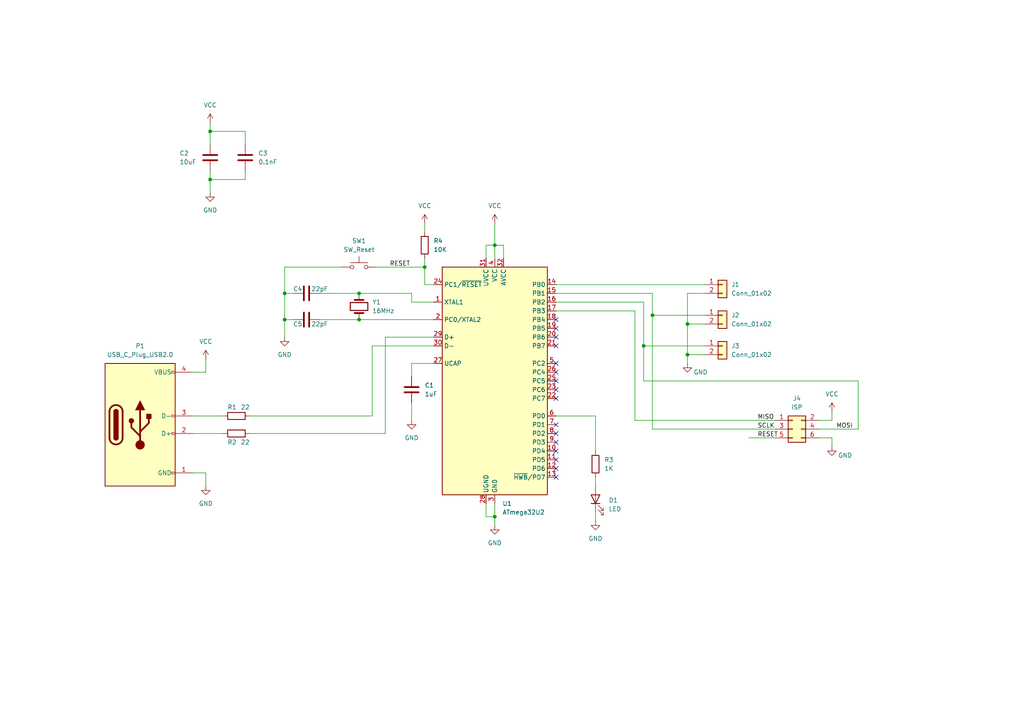
<source format=kicad_sch>
(kicad_sch (version 20230121) (generator eeschema)
  (paper "A4")
  (title_block (title "MoozyNano") (date "2023-07-21") (rev "0.1") (company "Author : Laurent Claude - www.laurentclaude.fr") (comment 1 "License : Open Source Hardware - CC BY-SA 4.0"))
  (lib_symbols
    (symbol "Connector:USB_C_Plug_USB2.0" (pin_names (offset 1.016))
      (property "Reference" "P1" (at 0 22.86 0))
      (property "Value" "USB_C_Plug_USB2.0" (at 0 20.32 0))
      (symbol "USB_C_Plug_USB2.0_0_0"
        (rectangle (start 9.144 15.494) (end 10.16 14.986))
        (rectangle (start 9.1506 -13.759) (end 10.1666 -14.267))
        (rectangle (start 10.16 -2.286) (end 9.144 -2.794))
        (rectangle (start 10.16 2.794) (end 9.144 2.286))
      )
      (symbol "USB_C_Plug_USB2.0_0_1"
        (rectangle (start -10.16 17.78) (end 10.16 -17.78) (stroke (width 0.254)) (fill (type background)))
        (arc (start -8.89 -3.81) (mid -6.985 -5.7067) (end -5.08 -3.81) (stroke (width 0.508)))
        (arc (start -7.62 -3.81) (mid -6.985 -4.4423) (end -6.35 -3.81) (stroke (width 0.254)))
        (arc (start -7.62 -3.81) (mid -6.985 -4.4423) (end -6.35 -3.81) (stroke (width 0.254)) (fill (type outline)))
        (rectangle (start -7.62 -3.81) (end -6.35 3.81) (stroke (width 0.254)) (fill (type outline)))
        (arc (start -6.35 3.81) (mid -6.985 4.4423) (end -7.62 3.81) (stroke (width 0.254)))
        (arc (start -6.35 3.81) (mid -6.985 4.4423) (end -7.62 3.81) (stroke (width 0.254)) (fill (type outline)))
        (arc (start -5.08 3.81) (mid -6.985 5.7067) (end -8.89 3.81) (stroke (width 0.508)))
        (circle (center -2.54 1.143) (radius 0.635) (stroke (width 0.254)) (fill (type outline)))
        (circle (center 0 -5.842) (radius 1.27) (fill (type outline)))
        (polyline (pts (xy -8.89 -3.81) (xy -8.89 3.81)) (stroke (width 0.508)))
        (polyline (pts (xy -5.08 3.81) (xy -5.08 -3.81)) (stroke (width 0.508)))
        (polyline (pts (xy 0 -5.842) (xy 0 4.318)) (stroke (width 0.508)))
        (polyline (pts (xy 0 -3.302) (xy -2.54 -0.762) (xy -2.54 0.508)) (stroke (width 0.508)))
        (polyline (pts (xy 0 -2.032) (xy 2.54 0.508) (xy 2.54 1.778)) (stroke (width 0.508)))
        (polyline (pts (xy -1.27 4.318) (xy 0 6.858) (xy 1.27 4.318) (xy -1.27 4.318)) (stroke (width 0.254)) (fill (type outline)))
        (rectangle (start 1.905 1.778) (end 3.175 3.048) (stroke (width 0.254)) (fill (type outline)))
      )
      (symbol "USB_C_Plug_USB2.0_1_1"
        (pin power_in line (at 15.24 -13.97 180) (length 5.08) (name "GND") (number "1"))
        (pin bidirectional line (at 15.24 -2.54 180) (length 5.08) (name "D+") (number "2"))
        (pin bidirectional line (at 15.24 2.54 180) (length 5.08) (name "D-") (number "3"))
        (pin power_in line (at 15.24 15.24 180) (length 5.08) (name "VBUS") (number "4"))
      )
    )
    (symbol "Connector_Generic:Conn_01x02" (pin_names (offset 1.016) hide)
      (property "Reference" "J" (at 0 2.54 0))
      (property "Value" "Conn_01x02" (at 0 -5.08 0))
      (symbol "Conn_01x02_1_1"
        (rectangle (start -1.27 -2.413) (end 0 -2.667) (stroke (width 0.1524)))
        (rectangle (start -1.27 0.127) (end 0 -0.127) (stroke (width 0.1524)))
        (rectangle (start -1.27 1.27) (end 1.27 -3.81) (stroke (width 0.254)) (fill (type background)))
        (pin passive line (at -5.08 0 0) (length 3.81) (name "Pin_1") (number "1"))
        (pin passive line (at -5.08 -2.54 0) (length 3.81) (name "Pin_2") (number "2"))
      )
    )
    (symbol "Connector_Generic:Conn_02x03_Odd_Even" (pin_names (offset 1.016) hide)
      (property "Reference" "J" (at 1.27 5.08 0))
      (property "Value" "Conn_02x03_Odd_Even" (at 1.27 -5.08 0))
      (symbol "Conn_02x03_Odd_Even_1_1"
        (rectangle (start -1.27 -2.413) (end 0 -2.667) (stroke (width 0.1524)))
        (rectangle (start -1.27 0.127) (end 0 -0.127) (stroke (width 0.1524)))
        (rectangle (start -1.27 2.667) (end 0 2.413) (stroke (width 0.1524)))
        (rectangle (start -1.27 3.81) (end 3.81 -3.81) (stroke (width 0.254)) (fill (type background)))
        (rectangle (start 3.81 -2.413) (end 2.54 -2.667) (stroke (width 0.1524)))
        (rectangle (start 3.81 0.127) (end 2.54 -0.127) (stroke (width 0.1524)))
        (rectangle (start 3.81 2.667) (end 2.54 2.413) (stroke (width 0.1524)))
        (pin passive line (at -5.08 2.54 0) (length 3.81) (name "Pin_1") (number "1"))
        (pin passive line (at 7.62 2.54 180) (length 3.81) (name "Pin_2") (number "2"))
        (pin passive line (at -5.08 0 0) (length 3.81) (name "Pin_3") (number "3"))
        (pin passive line (at 7.62 0 180) (length 3.81) (name "Pin_4") (number "4"))
        (pin passive line (at -5.08 -2.54 0) (length 3.81) (name "Pin_5") (number "5"))
        (pin passive line (at 7.62 -2.54 180) (length 3.81) (name "Pin_6") (number "6"))
      )
    )
    (symbol "Device:C" (pin_numbers hide) (pin_names (offset 0.254))
      (property "Reference" "C" (at 0.635 2.54 0))
      (property "Value" "C" (at 0.635 -2.54 0))
      (symbol "C_0_1"
        (polyline (pts (xy -2.032 -0.762) (xy 2.032 -0.762)) (stroke (width 0.508)))
        (polyline (pts (xy -2.032 0.762) (xy 2.032 0.762)) (stroke (width 0.508)))
      )
      (symbol "C_1_1"
        (pin passive line (at 0 3.81 270) (length 2.794) (name "~") (number "1"))
        (pin passive line (at 0 -3.81 90) (length 2.794) (name "~") (number "2"))
      )
    )
    (symbol "Device:Crystal" (pin_numbers hide) (pin_names (offset 1.016) hide)
      (property "Reference" "Y" (at 0 3.81 0))
      (property "Value" "Crystal" (at 0 -3.81 0))
      (symbol "Crystal_0_1"
        (rectangle (start -1.143 2.54) (end 1.143 -2.54) (stroke (width 0.3048)))
        (polyline (pts (xy -2.54 0) (xy -1.905 0)))
        (polyline (pts (xy -1.905 -1.27) (xy -1.905 1.27)) (stroke (width 0.508)))
        (polyline (pts (xy 1.905 -1.27) (xy 1.905 1.27)) (stroke (width 0.508)))
        (polyline (pts (xy 2.54 0) (xy 1.905 0)))
      )
      (symbol "Crystal_1_1"
        (pin passive line (at -3.81 0 0) (length 1.27) (name "1") (number "1"))
        (pin passive line (at 3.81 0 180) (length 1.27) (name "2") (number "2"))
      )
    )
    (symbol "Device:LED" (pin_numbers hide) (pin_names (offset 1.016) hide)
      (property "Reference" "D" (at 0 2.54 0))
      (property "Value" "LED" (at 0 -2.54 0))
      (symbol "LED_0_1"
        (polyline (pts (xy -1.27 -1.27) (xy -1.27 1.27)) (stroke (width 0.254)))
        (polyline (pts (xy -1.27 0) (xy 1.27 0)))
        (polyline (pts (xy 1.27 -1.27) (xy 1.27 1.27) (xy -1.27 0) (xy 1.27 -1.27)) (stroke (width 0.254)))
        (polyline (pts (xy -3.048 -0.762) (xy -4.572 -2.286) (xy -3.81 -2.286) (xy -4.572 -2.286) (xy -4.572 -1.524)))
        (polyline (pts (xy -1.778 -0.762) (xy -3.302 -2.286) (xy -2.54 -2.286) (xy -3.302 -2.286) (xy -3.302 -1.524)))
      )
      (symbol "LED_1_1"
        (pin passive line (at -3.81 0 0) (length 2.54) (name "K") (number "1"))
        (pin passive line (at 3.81 0 180) (length 2.54) (name "A") (number "2"))
      )
    )
    (symbol "Device:R" (pin_numbers hide) (pin_names (offset 0))
      (property "Reference" "R" (at 2.032 0 90))
      (property "Value" "R" (at 0 0 90))
      (symbol "R_0_1"
        (rectangle (start -1.016 -2.54) (end 1.016 2.54) (stroke (width 0.254)))
      )
      (symbol "R_1_1"
        (pin passive line (at 0 3.81 270) (length 1.27) (name "~") (number "1"))
        (pin passive line (at 0 -3.81 90) (length 1.27) (name "~") (number "2"))
      )
    )
    (symbol "MCU_Microchip_ATmega:ATmega8U2-A"
      (property "Reference" "U" (at -15.24 34.29 0))
      (property "Value" "ATmega8U2-A" (at 2.54 -34.29 0))
      (symbol "ATmega8U2-A_0_1"
        (rectangle (start -15.24 -33.02) (end 15.24 33.02) (stroke (width 0.254)) (fill (type background)))
      )
      (symbol "ATmega8U2-A_1_1"
        (pin input line (at -17.78 22.86 0) (length 2.54) (name "XTAL1") (number "1"))
        (pin bidirectional line (at 17.78 -20.32 180) (length 2.54) (name "PD4") (number "10"))
        (pin bidirectional line (at 17.78 -22.86 180) (length 2.54) (name "PD5") (number "11"))
        (pin bidirectional line (at 17.78 -25.4 180) (length 2.54) (name "PD6") (number "12"))
        (pin bidirectional line (at 17.78 -27.94 180) (length 2.54) (name "~{HWB}/PD7") (number "13"))
        (pin bidirectional line (at 17.78 27.94 180) (length 2.54) (name "PB0") (number "14"))
        (pin bidirectional line (at 17.78 25.4 180) (length 2.54) (name "PB1") (number "15"))
        (pin bidirectional line (at 17.78 22.86 180) (length 2.54) (name "PB2") (number "16"))
        (pin bidirectional line (at 17.78 20.32 180) (length 2.54) (name "PB3") (number "17"))
        (pin bidirectional line (at 17.78 17.78 180) (length 2.54) (name "PB4") (number "18"))
        (pin bidirectional line (at 17.78 15.24 180) (length 2.54) (name "PB5") (number "19"))
        (pin bidirectional line (at -17.78 17.78 0) (length 2.54) (name "PC0/XTAL2") (number "2"))
        (pin bidirectional line (at 17.78 12.7 180) (length 2.54) (name "PB6") (number "20"))
        (pin bidirectional line (at 17.78 10.16 180) (length 2.54) (name "PB7") (number "21"))
        (pin bidirectional line (at 17.78 -5.08 180) (length 2.54) (name "PC7") (number "22"))
        (pin bidirectional line (at 17.78 -2.54 180) (length 2.54) (name "PC6") (number "23"))
        (pin bidirectional line (at -17.78 27.94 0) (length 2.54) (name "PC1/~{RESET}") (number "24"))
        (pin bidirectional line (at 17.78 0 180) (length 2.54) (name "PC5") (number "25"))
        (pin bidirectional line (at 17.78 2.54 180) (length 2.54) (name "PC4") (number "26"))
        (pin passive line (at -17.78 5.08 0) (length 2.54) (name "UCAP") (number "27"))
        (pin power_in line (at -2.54 -35.56 90) (length 2.54) (name "UGND") (number "28"))
        (pin bidirectional line (at -17.78 12.7 0) (length 2.54) (name "D+") (number "29"))
        (pin power_in line (at 0 -35.56 90) (length 2.54) (name "GND") (number "3"))
        (pin bidirectional line (at -17.78 10.16 0) (length 2.54) (name "D-") (number "30"))
        (pin power_in line (at -2.54 35.56 270) (length 2.54) (name "UVCC") (number "31"))
        (pin power_in line (at 2.54 35.56 270) (length 2.54) (name "AVCC") (number "32"))
        (pin power_in line (at 0 35.56 270) (length 2.54) (name "VCC") (number "4"))
        (pin bidirectional line (at 17.78 5.08 180) (length 2.54) (name "PC2") (number "5"))
        (pin bidirectional line (at 17.78 -10.16 180) (length 2.54) (name "PD0") (number "6"))
        (pin bidirectional line (at 17.78 -12.7 180) (length 2.54) (name "PD1") (number "7"))
        (pin bidirectional line (at 17.78 -15.24 180) (length 2.54) (name "PD2") (number "8"))
        (pin bidirectional line (at 17.78 -17.78 180) (length 2.54) (name "PD3") (number "9"))
      )
    )
    (symbol "Switch:SW_Push" (pin_numbers hide) (pin_names (offset 1.016) hide)
      (property "Reference" "SW" (at 1.27 2.54 0))
      (property "Value" "SW_Push" (at 0 -1.524 0))
      (symbol "SW_Push_0_1"
        (circle (center -2.032 0) (radius 0.508))
        (polyline (pts (xy 0 1.27) (xy 0 3.048)))
        (polyline (pts (xy 2.54 1.27) (xy -2.54 1.27)))
        (circle (center 2.032 0) (radius 0.508))
        (pin passive line (at -5.08 0 0) (length 2.54) (name "1") (number "1"))
        (pin passive line (at 5.08 0 180) (length 2.54) (name "2") (number "2"))
      )
    )
    (symbol "power:GND" (power) (pin_names (offset 0))
      (property "Value" "GND" (at 0 -3.81 0))
      (symbol "GND_0_1"
        (polyline (pts (xy 0 0) (xy 0 -1.27) (xy 1.27 -1.27) (xy 0 -2.54) (xy -1.27 -1.27) (xy 0 -1.27)))
      )
      (symbol "GND_1_1"
        (pin power_in line (at 0 0 270) (length 0) hide (name "GND") (number "1"))
      )
    )
    (symbol "power:VCC" (power) (pin_names (offset 0))
      (property "Value" "VCC" (at 0 3.81 0))
      (symbol "VCC_0_1"
        (polyline (pts (xy -0.762 1.27) (xy 0 2.54)))
        (polyline (pts (xy 0 0) (xy 0 2.54)))
        (polyline (pts (xy 0 2.54) (xy 0.762 1.27)))
      )
      (symbol "VCC_1_1"
        (pin power_in line (at 0 0 90) (length 0) hide (name "VCC") (number "1"))
      )
    )
  )
  (junction (at 60.96 52.07))
  (junction (at 60.96 38.1))
  (junction (at 186.69 100.33))
  (junction (at 143.51 71.12))
  (junction (at 104.14 92.71))
  (junction (at 82.55 92.71))
  (junction (at 199.39 93.98))
  (junction (at 123.19 77.47))
  (junction (at 143.51 149.86))
  (junction (at 199.39 102.87))
  (junction (at 82.55 85.09))
  (junction (at 104.14 85.09))
  (junction (at 189.23 91.44))
  (no_connect (at 161.29 100.33))
  (no_connect (at 161.29 110.49))
  (no_connect (at 161.29 113.03))
  (no_connect (at 161.29 97.79))
  (no_connect (at 161.29 92.71))
  (no_connect (at 161.29 135.89))
  (no_connect (at 161.29 128.27))
  (no_connect (at 161.29 107.95))
  (no_connect (at 161.29 130.81))
  (no_connect (at 161.29 105.41))
  (no_connect (at 161.29 133.35))
  (no_connect (at 161.29 115.57))
  (no_connect (at 161.29 123.19))
  (no_connect (at 161.29 125.73))
  (no_connect (at 161.29 95.25))
  (no_connect (at 161.29 138.43))
  (wire (pts (xy 71.12 38.1) (xy 60.96 38.1)))
  (wire (pts (xy 172.72 138.43) (xy 172.72 140.97)))
  (wire (pts (xy 123.19 82.55) (xy 123.19 77.47)))
  (wire (pts (xy 107.95 120.65) (xy 107.95 100.33)))
  (wire (pts (xy 204.47 102.87) (xy 199.39 102.87)))
  (wire (pts (xy 92.71 85.09) (xy 104.14 85.09)))
  (wire (pts (xy 60.96 35.56) (xy 60.96 38.1)))
  (wire (pts (xy 161.29 120.65) (xy 172.72 120.65)))
  (wire (pts (xy 82.55 85.09) (xy 82.55 92.71)))
  (wire (pts (xy 59.69 137.16) (xy 59.69 140.97)))
  (wire (pts (xy 123.19 64.77) (xy 123.19 67.31)))
  (wire (pts (xy 189.23 85.09) (xy 189.23 91.44)))
  (wire (pts (xy 111.76 125.73) (xy 72.39 125.73)))
  (wire (pts (xy 189.23 124.46) (xy 189.23 91.44)))
  (wire (pts (xy 60.96 38.1) (xy 60.96 41.91)))
  (wire (pts (xy 186.69 100.33) (xy 186.69 110.49)))
  (wire (pts (xy 55.88 107.95) (xy 59.69 107.95)))
  (wire (pts (xy 140.97 149.86) (xy 143.51 149.86)))
  (wire (pts (xy 99.06 77.47) (xy 82.55 77.47)))
  (wire (pts (xy 143.51 71.12) (xy 143.51 74.93)))
  (wire (pts (xy 248.92 110.49) (xy 186.69 110.49)))
  (wire (pts (xy 92.71 92.71) (xy 104.14 92.71)))
  (wire (pts (xy 172.72 148.59) (xy 172.72 151.13)))
  (wire (pts (xy 186.69 87.63) (xy 186.69 100.33)))
  (wire (pts (xy 82.55 77.47) (xy 82.55 85.09)))
  (wire (pts (xy 71.12 41.91) (xy 71.12 38.1)))
  (wire (pts (xy 241.3 127) (xy 237.49 127)))
  (wire (pts (xy 104.14 92.71) (xy 125.73 92.71)))
  (wire (pts (xy 125.73 87.63) (xy 119.38 87.63)))
  (wire (pts (xy 125.73 97.79) (xy 111.76 97.79)))
  (wire (pts (xy 140.97 74.93) (xy 140.97 71.12)))
  (wire (pts (xy 140.97 146.05) (xy 140.97 149.86)))
  (wire (pts (xy 82.55 85.09) (xy 85.09 85.09)))
  (wire (pts (xy 119.38 109.22) (xy 119.38 105.41)))
  (wire (pts (xy 184.15 121.92) (xy 184.15 90.17)))
  (wire (pts (xy 241.3 121.92) (xy 237.49 121.92)))
  (wire (pts (xy 72.39 120.65) (xy 107.95 120.65)))
  (wire (pts (xy 140.97 71.12) (xy 143.51 71.12)))
  (wire (pts (xy 204.47 85.09) (xy 199.39 85.09)))
  (wire (pts (xy 217.17 127) (xy 224.79 127)))
  (wire (pts (xy 59.69 107.95) (xy 59.69 104.14)))
  (wire (pts (xy 111.76 97.79) (xy 111.76 125.73)))
  (wire (pts (xy 146.05 74.93) (xy 146.05 71.12)))
  (wire (pts (xy 143.51 149.86) (xy 143.51 152.4)))
  (wire (pts (xy 119.38 105.41) (xy 125.73 105.41)))
  (wire (pts (xy 172.72 120.65) (xy 172.72 130.81)))
  (wire (pts (xy 224.79 124.46) (xy 189.23 124.46)))
  (wire (pts (xy 125.73 82.55) (xy 123.19 82.55)))
  (wire (pts (xy 161.29 82.55) (xy 204.47 82.55)))
  (wire (pts (xy 55.88 125.73) (xy 64.77 125.73)))
  (wire (pts (xy 71.12 49.53) (xy 71.12 52.07)))
  (wire (pts (xy 199.39 102.87) (xy 199.39 105.41)))
  (wire (pts (xy 104.14 85.09) (xy 119.38 85.09)))
  (wire (pts (xy 199.39 85.09) (xy 199.39 93.98)))
  (wire (pts (xy 143.51 64.77) (xy 143.51 71.12)))
  (wire (pts (xy 186.69 100.33) (xy 204.47 100.33)))
  (wire (pts (xy 199.39 93.98) (xy 199.39 102.87)))
  (wire (pts (xy 248.92 124.46) (xy 248.92 110.49)))
  (wire (pts (xy 119.38 116.84) (xy 119.38 121.92)))
  (wire (pts (xy 184.15 121.92) (xy 224.79 121.92)))
  (wire (pts (xy 119.38 87.63) (xy 119.38 85.09)))
  (wire (pts (xy 55.88 137.16) (xy 59.69 137.16)))
  (wire (pts (xy 143.51 146.05) (xy 143.51 149.86)))
  (wire (pts (xy 241.3 119.38) (xy 241.3 121.92)))
  (wire (pts (xy 107.95 100.33) (xy 125.73 100.33)))
  (wire (pts (xy 85.09 92.71) (xy 82.55 92.71)))
  (wire (pts (xy 161.29 87.63) (xy 186.69 87.63)))
  (wire (pts (xy 161.29 85.09) (xy 189.23 85.09)))
  (wire (pts (xy 204.47 93.98) (xy 199.39 93.98)))
  (wire (pts (xy 146.05 71.12) (xy 143.51 71.12)))
  (wire (pts (xy 237.49 124.46) (xy 248.92 124.46)))
  (wire (pts (xy 241.3 129.54) (xy 241.3 127)))
  (wire (pts (xy 189.23 91.44) (xy 204.47 91.44)))
  (wire (pts (xy 60.96 49.53) (xy 60.96 52.07)))
  (wire (pts (xy 123.19 74.93) (xy 123.19 77.47)))
  (wire (pts (xy 60.96 52.07) (xy 60.96 55.88)))
  (wire (pts (xy 71.12 52.07) (xy 60.96 52.07)))
  (wire (pts (xy 55.88 120.65) (xy 64.77 120.65)))
  (wire (pts (xy 184.15 90.17) (xy 161.29 90.17)))
  (wire (pts (xy 123.19 77.47) (xy 109.22 77.47)))
  (wire (pts (xy 82.55 92.71) (xy 82.55 97.79)))
  (label "RESET" (at 113.03 77.47 0))
  (label "MISO" (at 219.71 121.92 0))
  (label "MOSI" (at 242.57 124.46 0))
  (label "SCLK" (at 219.71 124.46 0))
  (label "RESET" (at 219.71 127 0))
  (symbol (lib_id "power:VCC") (at 241.3 119.38 0) (unit 1)
    (property "Reference" "#PWR013" (effects hide))
    (property "Value" "VCC" (at 241.3 114.3 0))
  )
  (symbol (lib_id "power:GND") (at 60.96 55.88 0) (unit 1)
    (property "Reference" "#PWR09" (effects hide))
    (property "Value" "GND" (at 60.96 60.96 0))
  )
  (symbol (lib_id "Connector_Generic:Conn_01x02") (at 209.55 100.33 0) (unit 1)
    (property "Reference" "J3" (at 212.09 100.33 0) (effects (justify left)))
    (property "Value" "Conn_01x02" (at 212.09 102.87 0) (effects (justify left)))
    (property "Footprint" "Connector_PinHeader_2.54mm:PinHeader_1x02_P2.54mm_Vertical" (effects hide))
  )
  (symbol (lib_id "Device:R") (at 68.58 120.65 90) (unit 1)
    (property "Reference" "R1" (at 67.31 118.11 90))
    (property "Value" "22" (at 71.12 118.11 90))
    (property "Footprint" "Resistor_SMD:R_0805_2012Metric_Pad1.20x1.40mm_HandSolder" (effects hide))
  )
  (symbol (lib_id "Device:C") (at 71.12 45.72 0) (unit 1)
    (property "Reference" "C3" (at 74.93 44.45 0) (effects (justify left)))
    (property "Value" "0.1nF" (at 74.93 46.99 0) (effects (justify left)))
    (property "Footprint" "Capacitor_SMD:C_0805_2012Metric_Pad1.18x1.45mm_HandSolder" (effects hide))
  )
  (symbol (lib_id "Connector_Generic:Conn_02x03_Odd_Even") (at 229.87 124.46 0) (unit 1)
    (property "Reference" "J4" (at 231.14 115.57 0))
    (property "Value" "ISP" (at 231.14 118.11 0))
    (property "Footprint" "Connector_PinHeader_2.54mm:PinHeader_2x03_P2.54mm_Vertical" (effects hide))
  )
  (symbol (lib_id "Device:C") (at 88.9 85.09 90) (unit 1)
    (property "Reference" "C4" (at 86.36 83.82 90))
    (property "Value" "22pF" (at 92.71 83.82 90))
    (property "Footprint" "Capacitor_SMD:C_0805_2012Metric_Pad1.18x1.45mm_HandSolder" (effects hide))
  )
  (symbol (lib_id "Device:R") (at 68.58 125.73 90) (unit 1)
    (property "Reference" "R2" (at 67.31 128.27 90))
    (property "Value" "22" (at 71.12 128.27 90))
    (property "Footprint" "Resistor_SMD:R_0805_2012Metric_Pad1.20x1.40mm_HandSolder" (effects hide))
  )
  (symbol (lib_id "MCU_Microchip_ATmega:ATmega8U2-A") (at 143.51 110.49 0) (unit 1)
    (property "Reference" "U1" (at 145.7041 146.05 0) (effects (justify left)))
    (property "Value" "ATmega32U2" (at 145.7041 148.59 0) (effects (justify left)))
    (property "Footprint" "Package_QFP:TQFP-32_7x7mm_P0.8mm" (effects hide))
    (property "Datasheet" "http://ww1.microchip.com/downloads/en/DeviceDoc/doc7799.pdf" (effects hide))
  )
  (symbol (lib_id "power:GND") (at 82.55 97.79 0) (unit 1)
    (property "Reference" "#PWR011" (effects hide))
    (property "Value" "GND" (at 82.55 102.87 0))
  )
  (symbol (lib_id "Switch:SW_Push") (at 104.14 77.47 0) (unit 1)
    (property "Reference" "SW1" (at 104.14 69.85 0))
    (property "Value" "SW_Reset" (at 104.14 72.39 0))
    (property "Footprint" "Button_Switch_SMD:SW_Push_1P1T_NO_CK_KMR2" (effects hide))
  )
  (symbol (lib_id "Device:C") (at 60.96 45.72 0) (unit 1)
    (property "Reference" "C2" (at 52.07 44.45 0) (effects (justify left)))
    (property "Value" "10uF" (at 52.07 46.99 0) (effects (justify left)))
    (property "Footprint" "Capacitor_SMD:C_0805_2012Metric_Pad1.18x1.45mm_HandSolder" (effects hide))
  )
  (symbol (lib_id "power:GND") (at 241.3 129.54 0) (unit 1)
    (property "Reference" "#PWR012" (effects hide))
    (property "Value" "GND" (at 245.11 132.08 0))
  )
  (symbol (lib_id "Connector:USB_C_Plug_USB2.0") (at 40.64 123.19 0) (unit 1)
    (property "Reference" "P1" (at 40.64 100.33 0))
    (property "Value" "USB_C_Plug_USB2.0" (at 40.64 102.87 0))
    (property "Footprint" "Connector_USB:USB_A_TE_292303-7_Horizontal" (effects hide))
  )
  (symbol (lib_id "Connector_Generic:Conn_01x02") (at 209.55 82.55 0) (unit 1)
    (property "Reference" "J1" (at 212.09 82.55 0) (effects (justify left)))
    (property "Value" "Conn_01x02" (at 212.09 85.09 0) (effects (justify left)))
    (property "Footprint" "Connector_PinHeader_2.54mm:PinHeader_1x02_P2.54mm_Vertical" (effects hide))
  )
  (symbol (lib_id "power:VCC") (at 59.69 104.14 0) (unit 1)
    (property "Reference" "#PWR01" (effects hide))
    (property "Value" "VCC" (at 59.69 99.06 0))
  )
  (symbol (lib_id "power:GND") (at 172.72 151.13 0) (unit 1)
    (property "Reference" "#PWR05" (effects hide))
    (property "Value" "GND" (at 172.72 156.21 0))
  )
  (symbol (lib_id "Device:C") (at 88.9 92.71 90) (unit 1)
    (property "Reference" "C5" (at 86.36 93.98 90))
    (property "Value" "22pF" (at 92.71 93.98 90))
    (property "Footprint" "Capacitor_SMD:C_0805_2012Metric_Pad1.18x1.45mm_HandSolder" (effects hide))
  )
  (symbol (lib_id "Device:Crystal") (at 104.14 88.9 90) (unit 1)
    (property "Reference" "Y1" (at 107.95 87.63 90) (effects (justify right)))
    (property "Value" "16MHz" (at 107.95 90.17 90) (effects (justify right)))
    (property "Footprint" "Crystal:Crystal_SMD_5032-2Pin_5.0x3.2mm" (effects hide))
  )
  (symbol (lib_id "Device:C") (at 119.38 113.03 0) (unit 1)
    (property "Reference" "C1" (at 123.19 111.76 0) (effects (justify left)))
    (property "Value" "1uF" (at 123.19 114.3 0) (effects (justify left)))
    (property "Footprint" "Capacitor_SMD:C_0805_2012Metric_Pad1.18x1.45mm_HandSolder" (effects hide))
  )
  (symbol (lib_id "Connector_Generic:Conn_01x02") (at 209.55 91.44 0) (unit 1)
    (property "Reference" "J2" (at 212.09 91.44 0) (effects (justify left)))
    (property "Value" "Conn_01x02" (at 212.09 93.98 0) (effects (justify left)))
    (property "Footprint" "Connector_PinHeader_2.54mm:PinHeader_1x02_P2.54mm_Vertical" (effects hide))
  )
  (symbol (lib_id "power:GND") (at 119.38 121.92 0) (unit 1)
    (property "Reference" "#PWR07" (effects hide))
    (property "Value" "GND" (at 119.38 127 0))
  )
  (symbol (lib_id "power:GND") (at 143.51 152.4 0) (unit 1)
    (property "Reference" "#PWR04" (effects hide))
    (property "Value" "GND" (at 143.51 157.48 0))
  )
  (symbol (lib_id "Device:LED") (at 172.72 144.78 90) (unit 1)
    (property "Reference" "D1" (at 176.53 145.0975 90) (effects (justify right)))
    (property "Value" "LED" (at 176.53 147.6375 90) (effects (justify right)))
    (property "Footprint" "LED_SMD:LED_0603_1608Metric_Pad1.05x0.95mm_HandSolder" (effects hide))
  )
  (symbol (lib_id "power:VCC") (at 123.19 64.77 0) (unit 1)
    (property "Reference" "#PWR06" (effects hide))
    (property "Value" "VCC" (at 123.19 59.69 0))
  )
  (symbol (lib_id "power:VCC") (at 60.96 35.56 0) (unit 1)
    (property "Reference" "#PWR08" (effects hide))
    (property "Value" "VCC" (at 60.96 30.48 0))
  )
  (symbol (lib_id "power:GND") (at 199.39 105.41 0) (unit 1)
    (property "Reference" "#PWR010" (effects hide))
    (property "Value" "GND" (at 203.2 107.95 0))
  )
  (symbol (lib_id "Device:R") (at 172.72 134.62 180) (unit 1)
    (property "Reference" "R3" (at 175.26 133.35 0) (effects (justify right)))
    (property "Value" "1K" (at 175.26 135.89 0) (effects (justify right)))
    (property "Footprint" "Resistor_SMD:R_0805_2012Metric_Pad1.20x1.40mm_HandSolder" (effects hide))
  )
  (symbol (lib_id "power:GND") (at 59.69 140.97 0) (unit 1)
    (property "Reference" "#PWR02" (effects hide))
    (property "Value" "GND" (at 59.69 146.05 0))
  )
  (symbol (lib_id "power:VCC") (at 143.51 64.77 0) (unit 1)
    (property "Reference" "#PWR03" (effects hide))
    (property "Value" "VCC" (at 143.51 59.69 0))
  )
  (symbol (lib_id "Device:R") (at 123.19 71.12 180) (unit 1)
    (property "Reference" "R4" (at 125.73 69.85 0) (effects (justify right)))
    (property "Value" "10K" (at 125.73 72.39 0) (effects (justify right)))
    (property "Footprint" "Resistor_SMD:R_0805_2012Metric_Pad1.20x1.40mm_HandSolder" (effects hide))
  )
)
</source>
